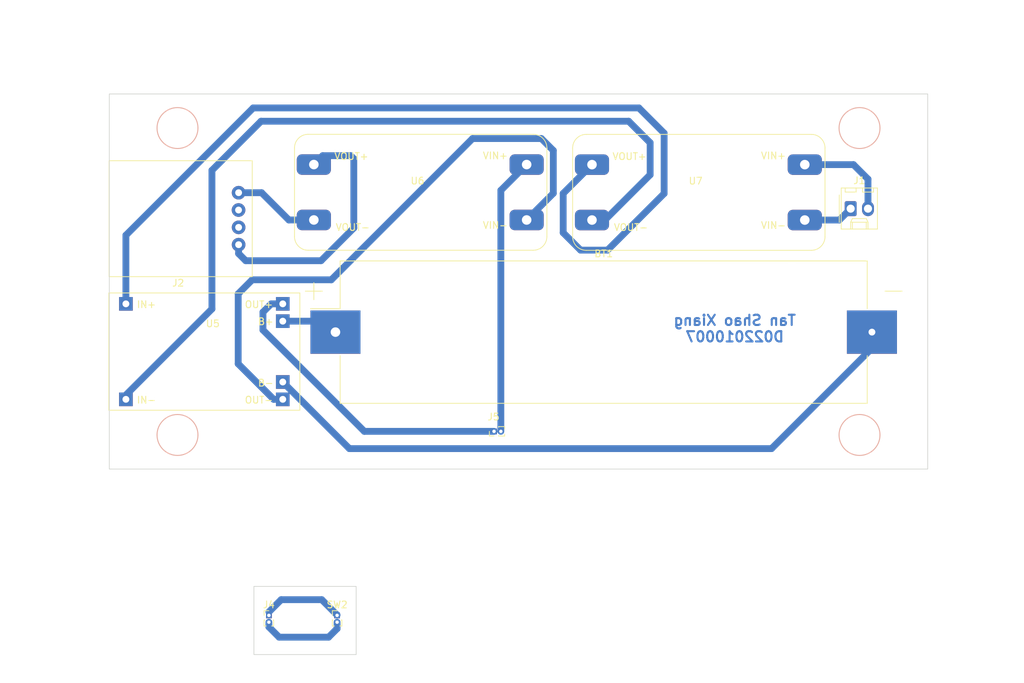
<source format=kicad_pcb>
(kicad_pcb (version 20211014) (generator pcbnew)
  (layers (0 "F.Cu" signal) (31 "B.Cu" signal) (34 "B.Paste" user) (35 "F.Paste" user) (36 "B.SilkS" user "B.Silkscreen") (37 "F.SilkS" user "F.Silkscreen") (38 "B.Mask" user) (39 "F.Mask" user) (44 "Edge.Cuts" user))
  (net 0 "")
  (net 1 "GND")
  (net 2 "V_{IN}")
  (net 3 "Net-(J2-Pad1)")
  (net 6 "Net-(J2-Pad4)")
  (net 7 "Net-(BT1-Pad1)")
  (net 8 "Net-(BT1-Pad2)")
  (net 9 "Net-(U5-Pad1)")
  (net 10 "Net-(J4-Pad1)")
  (net 11 "Net-(J4-Pad2)")
  (net 12 "/SW_SPST")
  (net 13 "Net-(J5-Pad2)")
  (net 14 "Net-(U5-Pad6)")
  (net 15 "Net-(U5-Pad2)")
  (footprint "MT3608:MT3608-Module" (layer "F.Cu") (at 112.092893 83.852893)
    (fp_text reference "U6" (at 18.1 6.9 unlocked) (layer "F.SilkS"))
    (fp_text value "MT3608_Breakout")
    (fp_text user "VOUT+" (at 8.4 3.3 unlocked) (layer "F.SilkS"))
    (fp_text user "VIN+" (at 29.5 3.2 unlocked) (layer "F.SilkS"))
    (fp_text user "VOUT-" (at 8.6 13.7 unlocked) (layer "F.SilkS"))
    (fp_text user "VIN-" (at 29.5 13.4 unlocked) (layer "F.SilkS"))
    (fp_line (start 2.064214 17.064214) (end 35.064214 17.064214) (layer "F.SilkS") (width 0.12))
    (fp_line (start 37.064214 15.064214) (end 37.064214 2.064214) (layer "F.SilkS") (width 0.12))
    (fp_line (start 35.064214 0.064214) (end 2.064214 0.064214) (layer "F.SilkS") (width 0.12))
    (fp_line (start 0.064214 2.064214) (end 0.064214 15.064214) (layer "F.SilkS") (width 0.12))
    (fp_arc (start 0.064214 2.064214) (mid 0.65 0.65) (end 2.064214 0.064214) (layer "F.SilkS") (width 0.12))
    (fp_arc (start 37.064214 15.064214) (mid 36.478423 16.478423) (end 35.064214 17.064214) (layer "F.SilkS") (width 0.12))
    (fp_arc (start 35.064214 0.064214) (mid 36.478414 0.650006) (end 37.064214 2.064214) (layer "F.SilkS") (width 0.12))
    (fp_arc (start 2.064214 17.064214) (mid 0.65 16.478429) (end 0.064214 15.064214) (layer "F.SilkS") (width 0.12))
    (pad "1" thru_hole roundrect (at 34.1 4.5) (size 5 3) (drill 1.4) (layers *.Cu *.Mask) (net 13 "Net-(J5-Pad2)"))
    (pad "2" thru_hole roundrect (at 34.1 12.624) (size 5 3) (drill 1.4) (layers *.Cu *.Mask) (net 14 "Net-(U5-Pad6)"))
    (pad "3" thru_hole roundrect (at 2.9 4.5) (size 5 3) (drill 1.4) (layers *.Cu *.Mask) (net 3 "Net-(J2-Pad1)"))
    (pad "4" thru_hole roundrect (at 2.9 12.624) (size 5 3) (drill 1.4) (layers *.Cu *.Mask) (net 6 "Net-(J2-Pad4)"))
  )
  (footprint "USB_A:USB_A_Breakout" (layer "F.Cu") (at 84.98 104.79)
    (fp_text reference "J2" (at 10.12 0.93 unlocked) (layer "F.SilkS"))
    (fp_text value "USB_A")
    (fp_rect (start 20.98 0) (end 0 -17) (layer "F.SilkS") (width 0.12) (fill none))
    (pad "1" thru_hole circle (at 18.98 -4.69 180) (size 2 2) (drill 1) (layers *.Cu *.Mask) (net 3 "Net-(J2-Pad1)"))
    (pad "2" thru_hole circle (at 18.98 -7.23 180) (size 2 2) (drill 1) (layers *.Cu *.Mask))
    (pad "3" thru_hole circle (at 18.97 -9.77 180) (size 2 2) (drill 1) (layers *.Cu *.Mask))
    (pad "4" thru_hole circle (at 18.98 -12.31 180) (size 2 2) (drill 1) (layers *.Cu *.Mask) (net 6 "Net-(J2-Pad4)"))
  )
  (footprint "Connector_PinHeader_1.00mm:PinHeader_1x02_P1.00mm_Vertical" (layer "F.Cu") (at 108.4 154.45)
    (fp_text reference "J4" (at 0 -1.56) (layer "F.SilkS"))
    (fp_text value "Screw_Terminal_01x02")
    (fp_line (start -0.695 1.56) (end -0.394493 1.56) (layer "F.SilkS") (width 0.12))
    (fp_line (start 0.608276 0.685) (end 0.695 0.685) (layer "F.SilkS") (width 0.12))
    (fp_line (start -0.695 0.685) (end -0.695 1.56) (layer "F.SilkS") (width 0.12))
    (fp_line (start 0.695 0.685) (end 0.695 1.56) (layer "F.SilkS") (width 0.12))
    (fp_line (start -0.695 0.685) (end -0.608276 0.685) (layer "F.SilkS") (width 0.12))
    (fp_line (start -0.695 -0.685) (end 0 -0.685) (layer "F.SilkS") (width 0.12))
    (fp_line (start 0.394493 1.56) (end 0.695 1.56) (layer "F.SilkS") (width 0.12))
    (fp_line (start -0.695 0) (end -0.695 -0.685) (layer "F.SilkS") (width 0.12))
    (pad "1" thru_hole rect (at 0 0) (size 0.85 0.85) (drill 0.5) (layers *.Cu *.Mask) (net 10 "Net-(J4-Pad1)"))
    (pad "2" thru_hole oval (at 0 1) (size 0.85 0.85) (drill 0.5) (layers *.Cu *.Mask) (net 11 "Net-(J4-Pad2)"))
  )
  (footprint "TP4056:TP4056-Module" (layer "F.Cu") (at 84.935 124.375)
    (fp_text reference "U5" (at 15.24 -12.7 unlocked) (layer "F.SilkS"))
    (fp_text value "TP4056_Breakout")
    (fp_text user "IN+" (at 5.5 -15.5 unlocked) (layer "F.SilkS"))
    (fp_text user "OUT+" (at 22 -15.5 unlocked) (layer "F.SilkS"))
    (fp_text user "OUT-" (at 22 -1.5 unlocked) (layer "F.SilkS"))
    (fp_text user "IN-" (at 5.5 -1.5 unlocked) (layer "F.SilkS"))
    (fp_text user "B-" (at 23 -4 unlocked) (layer "F.SilkS"))
    (fp_text user "B+" (at 23 -13 unlocked) (layer "F.SilkS"))
    (fp_line (start 0 -17.2) (end 0 0) (layer "F.SilkS") (width 0.12))
    (fp_line (start 0 0) (end 28 0) (layer "F.SilkS") (width 0.12))
    (fp_line (start 0 -17.2) (end 28 -17.2) (layer "F.SilkS") (width 0.12))
    (fp_line (start 28 -17.2) (end 28 0) (layer "F.SilkS") (width 0.12))
    (pad "1" thru_hole rect (at 2.5 -15.6) (size 2 2) (drill 1) (layers *.Cu *.Mask) (net 9 "Net-(U5-Pad1)"))
    (pad "2" thru_hole rect (at 2.5 -1.6) (size 2 2) (drill 1) (layers *.Cu *.Mask) (net 15 "Net-(U5-Pad2)"))
    (pad "3" thru_hole rect (at 25.5 -13.06) (size 2 2) (drill 1) (layers *.Cu *.Mask) (net 7 "Net-(BT1-Pad1)"))
    (pad "4" thru_hole rect (at 25.5 -4.14) (size 2 2) (drill 1) (layers *.Cu *.Mask) (net 8 "Net-(BT1-Pad2)"))
    (pad "5" thru_hole rect (at 25.5 -15.6 90) (size 2 2) (drill 1) (layers *.Cu *.Mask) (net 12 "/SW_SPST"))
    (pad "6" thru_hole rect (at 25.5 -1.6) (size 2 2) (drill 1) (layers *.Cu *.Mask) (net 14 "Net-(U5-Pad6)"))
  )
  (footprint "Connector_PinHeader_1.00mm:PinHeader_1x02_P1.00mm_Vertical" (layer "F.Cu") (at 118.4 154.45)
    (fp_text reference "SW2" (at 0 -1.56) (layer "F.SilkS"))
    (fp_text value "SW_SPST")
    (fp_line (start -0.695 0.685) (end -0.608276 0.685) (layer "F.SilkS") (width 0.12))
    (fp_line (start -0.695 0) (end -0.695 -0.685) (layer "F.SilkS") (width 0.12))
    (fp_line (start 0.394493 1.56) (end 0.695 1.56) (layer "F.SilkS") (width 0.12))
    (fp_line (start -0.695 1.56) (end -0.394493 1.56) (layer "F.SilkS") (width 0.12))
    (fp_line (start -0.695 -0.685) (end 0 -0.685) (layer "F.SilkS") (width 0.12))
    (fp_line (start 0.608276 0.685) (end 0.695 0.685) (layer "F.SilkS") (width 0.12))
    (fp_line (start 0.695 0.685) (end 0.695 1.56) (layer "F.SilkS") (width 0.12))
    (fp_line (start -0.695 0.685) (end -0.695 1.56) (layer "F.SilkS") (width 0.12))
    (pad "1" thru_hole rect (at 0 0) (size 0.85 0.85) (drill 0.5) (layers *.Cu *.Mask) (net 10 "Net-(J4-Pad1)"))
    (pad "2" thru_hole oval (at 0 1) (size 0.85 0.85) (drill 0.5) (layers *.Cu *.Mask) (net 11 "Net-(J4-Pad2)"))
  )
  (footprint "Battery_Holder:BatteryHolder_18650" (layer "F.Cu") (at 157.49 112.92)
    (fp_text reference "BT1" (at 0 -11.5) (layer "F.SilkS"))
    (fp_text value "Battery_Cell")
    (fp_line (start -38.64 -3.44) (end -43 -3.44) (layer "F.SilkS") (width 0.12))
    (fp_line (start -42.5 -4.75) (end -42.5 -7.25) (layer "F.SilkS") (width 0.12))
    (fp_line (start -38.64 10.44) (end -38.64 3.44) (layer "F.SilkS") (width 0.12))
    (fp_line (start 43.75 -6) (end 41.25 -6) (layer "F.SilkS") (width 0.12))
    (fp_line (start -38.64 -10.44) (end -38.64 -3.44) (layer "F.SilkS") (width 0.12))
    (fp_line (start 38.64 -3.44) (end 38.64 -10.42) (layer "F.SilkS") (width 0.12))
    (fp_line (start -43.75 -6) (end -41.25 -6) (layer "F.SilkS") (width 0.12))
    (fp_line (start 38.64 3.44) (end 38.64 10.44) (layer "F.SilkS") (width 0.12))
    (fp_line (start 38.64 -10.44) (end -38.64 -10.44) (layer "F.SilkS") (width 0.12))
    (fp_line (start 38.64 10.44) (end -38.64 10.44) (layer "F.SilkS") (width 0.12))
    (pad "" np_thru_hole circle (at -35.93 -8) (size 2.39 2.39) (drill 2.39) (layers *.Cu *.Mask))
    (pad "" np_thru_hole circle (at 27.6 -8) (size 3.45 3.45) (drill 3.45) (layers *.Cu *.Mask))
    (pad "" np_thru_hole circle (at -27.6 8) (size 3.45 3.45) (drill 3.45) (layers *.Cu *.Mask))
    (pad "1" thru_hole rect (at -39.33 0) (size 7.34 6.35) (drill 1.4) (layers *.Cu *.Mask) (net 7 "Net-(BT1-Pad1)"))
    (pad "2" thru_hole rect (at 39.33 0) (size 7.34 6.35) (drill 1) (layers *.Cu *.Mask) (net 8 "Net-(BT1-Pad2)"))
  )
  (footprint "MT3608:MT3608-Module" (layer "F.Cu") (at 152.872893 83.862893)
    (fp_text reference "U7" (at 18.1 6.9 unlocked) (layer "F.SilkS"))
    (fp_text value "MT3608_Breakout")
    (fp_text user "VOUT-" (at 8.6 13.7 unlocked) (layer "F.SilkS"))
    (fp_text user "VOUT+" (at 8.4 3.3 unlocked) (layer "F.SilkS"))
    (fp_text user "VIN-" (at 29.5 13.4 unlocked) (layer "F.SilkS"))
    (fp_text user "VIN+" (at 29.5 3.2 unlocked) (layer "F.SilkS"))
    (fp_line (start 2.064214 17.064214) (end 35.064214 17.064214) (layer "F.SilkS") (width 0.12))
    (fp_line (start 35.064214 0.064214) (end 2.064214 0.064214) (layer "F.SilkS") (width 0.12))
    (fp_line (start 0.064214 2.064214) (end 0.064214 15.064214) (layer "F.SilkS") (width 0.12))
    (fp_line (start 37.064214 15.064214) (end 37.064214 2.064214) (layer "F.SilkS") (width 0.12))
    (fp_arc (start 0.064214 2.064214) (mid 0.65 0.65) (end 2.064214 0.064214) (layer "F.SilkS") (width 0.12))
    (fp_arc (start 35.064214 0.064214) (mid 36.478414 0.650006) (end 37.064214 2.064214) (layer "F.SilkS") (width 0.12))
    (fp_arc (start 37.064214 15.064214) (mid 36.478423 16.478423) (end 35.064214 17.064214) (layer "F.SilkS") (width 0.12))
    (fp_arc (start 2.064214 17.064214) (mid 0.65 16.478429) (end 0.064214 15.064214) (layer "F.SilkS") (width 0.12))
    (pad "1" thru_hole roundrect (at 34.1 4.5) (size 5 3) (drill 1.4) (layers *.Cu *.Mask) (net 2 "V_{IN}"))
    (pad "2" thru_hole roundrect (at 34.1 12.624) (size 5 3) (drill 1.4) (layers *.Cu *.Mask) (net 1 "GND"))
    (pad "3" thru_hole roundrect (at 2.9 4.5) (size 5 3) (drill 1.4) (layers *.Cu *.Mask) (net 9 "Net-(U5-Pad1)"))
    (pad "4" thru_hole roundrect (at 2.9 12.624) (size 5 3) (drill 1.4) (layers *.Cu *.Mask) (net 15 "Net-(U5-Pad2)"))
  )
  (footprint "Connector_Molex:Molex_KK-254_AE-6410-02A_1x02_P2.54mm_Vertical" (layer "F.Cu") (at 193.7 94.82)
    (fp_text reference "J1" (at 1.27 -4.12) (layer "F.SilkS"))
    (fp_text value "Screw_Terminal_01x02")
    (fp_line (start -0.8 -3.03) (end -0.8 -2.43) (layer "F.SilkS") (width 0.12))
    (fp_line (start 0 2.99) (end 0 1.99) (layer "F.SilkS") (width 0.12))
    (fp_line (start 3.92 2.99) (end 3.92 -3.03) (layer "F.SilkS") (width 0.12))
    (fp_line (start 3.92 -3.03) (end -1.38 -3.03) (layer "F.SilkS") (width 0.12))
    (fp_line (start 1.74 -3.03) (end 1.74 -2.43) (layer "F.SilkS") (width 0.12))
    (fp_line (start 0 1.99) (end 2.54 1.99) (layer "F.SilkS") (width 0.12))
    (fp_line (start -1.67 -2) (end -1.67 2) (layer "F.SilkS") (width 0.12))
    (fp_line (start -1.38 2.99) (end 3.92 2.99) (layer "F.SilkS") (width 0.12))
    (fp_line (start -1.38 -3.03) (end -1.38 2.99) (layer "F.SilkS") (width 0.12))
    (fp_line (start 1.74 -2.43) (end 3.34 -2.43) (layer "F.SilkS") (width 0.12))
    (fp_line (start 0.8 -2.43) (end 0.8 -3.03) (layer "F.SilkS") (width 0.12))
    (fp_line (start 3.34 -2.43) (end 3.34 -3.03) (layer "F.SilkS") (width 0.12))
    (fp_line (start -0.8 -2.43) (end 0.8 -2.43) (layer "F.SilkS") (width 0.12))
    (fp_line (start 0.25 2.99) (end 0.25 1.99) (layer "F.SilkS") (width 0.12))
    (fp_line (start 2.29 1.46) (end 2.54 1.99) (layer "F.SilkS") (width 0.12))
    (fp_line (start 0.25 1.46) (end 2.29 1.46) (layer "F.SilkS") (width 0.12))
    (fp_line (start 2.54 1.99) (end 2.54 2.99) (layer "F.SilkS") (width 0.12))
    (fp_line (start 0 1.99) (end 0.25 1.46) (layer "F.SilkS") (width 0.12))
    (fp_line (start 2.29 2.99) (end 2.29 1.99) (layer "F.SilkS") (width 0.12))
    (pad "1" thru_hole roundrect (at 0 0) (size 1.74 2.19) (drill 1.19) (layers *.Cu *.Mask) (roundrect_rratio 0.1436781609) (net 1 "GND"))
    (pad "2" thru_hole oval (at 2.54 0) (size 1.74 2.19) (drill 1.19) (layers *.Cu *.Mask) (net 2 "V_{IN}"))
  )
  (footprint "Connector_PinHeader_1.00mm:PinHeader_1x02_P1.00mm_Vertical" (layer "F.Cu") (at 141.41 127.47 90)
    (fp_text reference "J5" (at 2.12 -0.07) (layer "F.SilkS"))
    (fp_text value "Screw_Terminal_01x02")
    (fp_line (start -0.695 -0.685) (end 0 -0.685) (layer "F.SilkS") (width 0.12))
    (fp_line (start 0.608276 0.685) (end 0.695 0.685) (layer "F.SilkS") (width 0.12))
    (fp_line (start -0.695 0.685) (end -0.695 1.56) (layer "F.SilkS") (width 0.12))
    (fp_line (start -0.695 0.685) (end -0.608276 0.685) (layer "F.SilkS") (width 0.12))
    (fp_line (start -0.695 1.56) (end -0.394493 1.56) (layer "F.SilkS") (width 0.12))
    (fp_line (start 0.394493 1.56) (end 0.695 1.56) (layer "F.SilkS") (width 0.12))
    (fp_line (start -0.695 0) (end -0.695 -0.685) (layer "F.SilkS") (width 0.12))
    (fp_line (start 0.695 0.685) (end 0.695 1.56) (layer "F.SilkS") (width 0.12))
    (pad "1" thru_hole rect (at 0 0 90) (size 0.85 0.85) (drill 0.5) (layers *.Cu *.Mask) (net 12 "/SW_SPST"))
    (pad "2" thru_hole oval (at 0 1 90) (size 0.85 0.85) (drill 0.5) (layers *.Cu *.Mask) (net 13 "Net-(J5-Pad2)"))
  )
  (gr_circle locked (center 95 128) (end 98 128) (layer "B.SilkS") (width 0.15) (fill none))
  (gr_circle locked (center 195 83) (end 198 83) (layer "B.SilkS") (width 0.15) (fill none))
  (gr_circle locked (center 95 83) (end 98 83) (layer "B.SilkS") (width 0.15) (fill none))
  (gr_circle locked (center 195 128) (end 198 128) (layer "B.SilkS") (width 0.15) (fill none))
  (gr_rect (start 106.2 150.2) (end 121.2 160.2) (layer "Edge.Cuts") (width 0.1) (fill none))
  (gr_rect (start 85 78) (end 205 133) (layer "Edge.Cuts") (width 0.1) (fill none))
  (gr_text "Tan Shao Xiang\nD022010007" (at 176.7 112.4) (layer "B.Cu") (effects (font (size 1.5 1.5) (thickness 0.3)) (justify mirror)))
  (segment (start 192.033107 96.486893) (end 186.972893 96.486893) (width 1) (layer "B.Cu") (net 1))
  (segment (start 193.7 94.82) (end 192.033107 96.486893) (width 1) (layer "B.Cu") (net 1))
  (segment (start 196.24 90.49) (end 194.112893 88.362893) (width 1) (layer "B.Cu") (net 2))
  (segment (start 196.24 94.82) (end 196.24 90.49) (width 1) (layer "B.Cu") (net 2))
  (segment (start 194.112893 88.362893) (end 186.972893 88.362893) (width 1) (layer "B.Cu") (net 2))
  (segment (start 120.4 87.05) (end 120.85 87.5) (width 1) (layer "B.Cu") (net 3))
  (segment (start 120.85 97.65) (end 116.05 102.45) (width 1) (layer "B.Cu") (net 3))
  (segment (start 103.96 101.41) (end 103.96 100.1) (width 1) (layer "B.Cu") (net 3))
  (segment (start 114.992893 88.352893) (end 114.992893 89.067107) (width 1) (layer "B.Cu") (net 3))
  (segment (start 105 102.45) (end 103.96 101.41) (width 1) (layer "B.Cu") (net 3))
  (segment (start 116.295786 87.05) (end 120.4 87.05) (width 1) (layer "B.Cu") (net 3))
  (segment (start 120.85 87.5) (end 120.85 97.65) (width 1) (layer "B.Cu") (net 3))
  (segment (start 114.992893 88.352893) (end 116.295786 87.05) (width 1) (layer "B.Cu") (net 3))
  (segment (start 116.05 102.45) (end 105 102.45) (width 1) (layer "B.Cu") (net 3))
  (segment (start 107.33 92.48) (end 104.40952 92.48) (width 1) (layer "B.Cu") (net 6))
  (segment (start 114.992893 96.476893) (end 111.326893 96.476893) (width 1) (layer "B.Cu") (net 6))
  (segment (start 111.326893 96.476893) (end 107.33 92.48) (width 1) (layer "B.Cu") (net 6))
  (segment (start 116.555 111.315) (end 118.16 112.92) (width 1) (layer "B.Cu") (net 7))
  (segment (start 110.435 111.315) (end 116.555 111.315) (width 1) (layer "B.Cu") (net 7))
  (segment (start 120.2 130) (end 110.435 120.235) (width 1) (layer "B.Cu") (net 8))
  (segment (start 196.82 112.92) (end 196.82 115.28) (width 1) (layer "B.Cu") (net 8))
  (segment (start 196.82 115.28) (end 182.1 130) (width 1) (layer "B.Cu") (net 8))
  (segment (start 182.1 130) (end 120.2 130) (width 1) (layer "B.Cu") (net 8))
  (segment (start 151.55 98.35) (end 151.55 92.585786) (width 1) (layer "B.Cu") (net 9))
  (segment (start 155.772893 88.362893) (end 154.512893 88.362893) (width 1) (layer "B.Cu") (net 9))
  (segment (start 106.1 80.05) (end 162.65 80.05) (width 1) (layer "B.Cu") (net 9))
  (segment (start 87.435 108.775) (end 87.435 98.715) (width 1) (layer "B.Cu") (net 9))
  (segment (start 151.55 92.585786) (end 155.772893 88.362893) (width 1) (layer "B.Cu") (net 9))
  (segment (start 87.435 98.715) (end 106.1 80.05) (width 1) (layer "B.Cu") (net 9))
  (segment (start 166.35 83.75) (end 166.35 92.6) (width 1) (layer "B.Cu") (net 9))
  (segment (start 162.65 80.05) (end 166.35 83.75) (width 1) (layer "B.Cu") (net 9))
  (segment (start 158.05 100.9) (end 154.1 100.9) (width 1) (layer "B.Cu") (net 9))
  (segment (start 154.1 100.9) (end 151.55 98.35) (width 1) (layer "B.Cu") (net 9))
  (segment (start 166.35 92.6) (end 158.05 100.9) (width 1) (layer "B.Cu") (net 9))
  (segment (start 110.2 152.15) (end 116.15 152.15) (width 1) (layer "B.Cu") (net 10))
  (segment (start 108.4 154.45) (end 108.4 153.95) (width 0.25) (layer "B.Cu") (net 10))
  (segment (start 108.4 153.95) (end 110.2 152.15) (width 1) (layer "B.Cu") (net 10))
  (segment (start 116.15 152.15) (end 118.4 154.4) (width 1) (layer "B.Cu") (net 10))
  (segment (start 118.4 154.4) (end 118.4 154.45) (width 0.25) (layer "B.Cu") (net 10))
  (segment (start 108.4 156.15) (end 108.4 155.45) (width 1) (layer "B.Cu") (net 11))
  (segment (start 117.15 157.65) (end 109.9 157.65) (width 1) (layer "B.Cu") (net 11))
  (segment (start 118.4 155.45) (end 118.4 156.4) (width 1) (layer "B.Cu") (net 11))
  (segment (start 109.9 157.65) (end 108.4 156.15) (width 1) (layer "B.Cu") (net 11))
  (segment (start 118.4 156.4) (end 117.15 157.65) (width 1) (layer "B.Cu") (net 11))
  (segment (start 122.39 127.47) (end 107.53 112.61) (width 1) (layer "B.Cu") (net 12))
  (segment (start 107.53 109.99) (end 108.745 108.775) (width 1) (layer "B.Cu") (net 12))
  (segment (start 141.41 127.47) (end 122.39 127.47) (width 1) (layer "B.Cu") (net 12))
  (segment (start 108.745 108.775) (end 110.435 108.775) (width 1) (layer "B.Cu") (net 12))
  (segment (start 107.53 112.61) (end 107.53 109.99) (width 1) (layer "B.Cu") (net 12))
  (segment (start 142.41 92.135786) (end 142.41 127.47) (width 1) (layer "B.Cu") (net 13))
  (segment (start 146.192893 88.352893) (end 142.41 92.135786) (width 1) (layer "B.Cu") (net 13))
  (segment (start 148.35 84.54) (end 150.1 86.29) (width 1) (layer "B.Cu") (net 14))
  (segment (start 110.435 122.775) (end 109.105 122.775) (width 1) (layer "B.Cu") (net 14))
  (segment (start 103.9 107.3) (end 105.95 105.25) (width 1) (layer "B.Cu") (net 14))
  (segment (start 150.1 92.569786) (end 146.192893 96.476893) (width 1) (layer "B.Cu") (net 14))
  (segment (start 117.55 105.25) (end 138.26 84.54) (width 1) (layer "B.Cu") (net 14))
  (segment (start 150.1 86.29) (end 150.1 92.569786) (width 1) (layer "B.Cu") (net 14))
  (segment (start 109.105 122.775) (end 103.9 117.57) (width 1) (layer "B.Cu") (net 14))
  (segment (start 103.9 117.57) (end 103.9 107.3) (width 1) (layer "B.Cu") (net 14))
  (segment (start 105.95 105.25) (end 117.55 105.25) (width 1) (layer "B.Cu") (net 14))
  (segment (start 138.26 84.54) (end 148.35 84.54) (width 1) (layer "B.Cu") (net 14))
  (segment (start 155.772893 96.486893) (end 157.663107 96.486893) (width 1) (layer "B.Cu") (net 15))
  (segment (start 161.15 82) (end 107.25 82) (width 1) (layer "B.Cu") (net 15))
  (segment (start 100.05 89.2) (end 100.05 109.524283) (width 1) (layer "B.Cu") (net 15))
  (segment (start 157.663107 96.486893) (end 164.3 89.85) (width 1) (layer "B.Cu") (net 15))
  (segment (start 107.25 82) (end 100.05 89.2) (width 1) (layer "B.Cu") (net 15))
  (segment (start 164.3 85.15) (end 161.15 82) (width 1) (layer "B.Cu") (net 15))
  (segment (start 164.3 89.85) (end 164.3 85.15) (width 1) (layer "B.Cu") (net 15))
  (segment (start 100.05 109.524283) (end 87.117141 122.457142) (width 1) (layer "B.Cu") (net 15))
)
</source>
